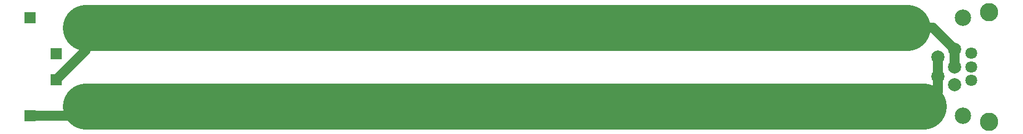
<source format=gbr>
%TF.GenerationSoftware,KiCad,Pcbnew,6.0.10*%
%TF.CreationDate,2023-01-30T14:16:19+03:00*%
%TF.ProjectId,heaters,68656174-6572-4732-9e6b-696361645f70,rev?*%
%TF.SameCoordinates,Original*%
%TF.FileFunction,Copper,L2,Bot*%
%TF.FilePolarity,Positive*%
%FSLAX46Y46*%
G04 Gerber Fmt 4.6, Leading zero omitted, Abs format (unit mm)*
G04 Created by KiCad (PCBNEW 6.0.10) date 2023-01-30 14:16:19*
%MOMM*%
%LPD*%
G01*
G04 APERTURE LIST*
%TA.AperFunction,WasherPad*%
%ADD10C,2.800000*%
%TD*%
%TA.AperFunction,WasherPad*%
%ADD11C,2.500000*%
%TD*%
%TA.AperFunction,ComponentPad*%
%ADD12C,1.800000*%
%TD*%
%TA.AperFunction,ComponentPad*%
%ADD13C,2.000000*%
%TD*%
%TA.AperFunction,ComponentPad*%
%ADD14R,1.700000X1.700000*%
%TD*%
%TA.AperFunction,Conductor*%
%ADD15C,1.500000*%
%TD*%
%TA.AperFunction,Conductor*%
%ADD16C,7.000000*%
%TD*%
G04 APERTURE END LIST*
D10*
%TO.P,J5,*%
%TO.N,*%
X240013200Y-45118000D03*
D11*
X236000000Y-61018400D03*
X236000000Y-45981600D03*
D10*
X240013200Y-61882000D03*
D12*
%TO.P,J5,1,Pin_1*%
%TO.N,/A1*%
X237270000Y-51417200D03*
%TO.P,J5,2,Pin_2*%
X237270000Y-53500000D03*
%TO.P,J5,3,Pin_3*%
%TO.N,/A2*%
X237270000Y-55582800D03*
D13*
%TO.P,J5,4,Pin_4*%
%TO.N,/B2*%
X234730000Y-50782200D03*
%TO.P,J5,5,Pin_5*%
X234730000Y-53500000D03*
%TO.P,J5,6,Pin_6*%
%TO.N,/A2*%
X234730000Y-56217800D03*
%TO.P,J5,7,Pin_7*%
%TO.N,/B1*%
X232190000Y-52001400D03*
%TO.P,J5,8,Pin_8*%
X232190000Y-54998600D03*
%TD*%
D14*
%TO.P,J4,1,Pin_1*%
%TO.N,/B2*%
X98000000Y-55500000D03*
%TD*%
%TO.P,J3,1,Pin_1*%
%TO.N,/B1*%
X94000000Y-61000000D03*
%TD*%
%TO.P,J2,1,Pin_1*%
%TO.N,/A2*%
X98000000Y-51500000D03*
%TD*%
%TO.P,J1,1,Pin_1*%
%TO.N,/A1*%
X94000000Y-46000000D03*
%TD*%
D15*
%TO.N,/B1*%
X94000000Y-61000000D02*
X101000000Y-61000000D01*
X101000000Y-61000000D02*
X102500000Y-59500000D01*
%TO.N,/B2*%
X98000000Y-55500000D02*
X102500000Y-51000000D01*
X102500000Y-51000000D02*
X102500000Y-47500000D01*
D16*
X227500000Y-47500000D02*
X102500000Y-47500000D01*
%TO.N,/B1*%
X109000000Y-59500000D02*
X102500000Y-59500000D01*
X230000000Y-59500000D02*
X109000000Y-59500000D01*
D15*
X232190000Y-54998600D02*
X232190000Y-57310000D01*
X232190000Y-57310000D02*
X230000000Y-59500000D01*
%TO.N,/B2*%
X227500000Y-47500000D02*
X231447800Y-47500000D01*
X231447800Y-47500000D02*
X234730000Y-50782200D01*
%TO.N,/B1*%
X232190000Y-52001400D02*
X232190000Y-54998600D01*
%TO.N,/B2*%
X234730000Y-53500000D02*
X234730000Y-50782200D01*
%TD*%
M02*

</source>
